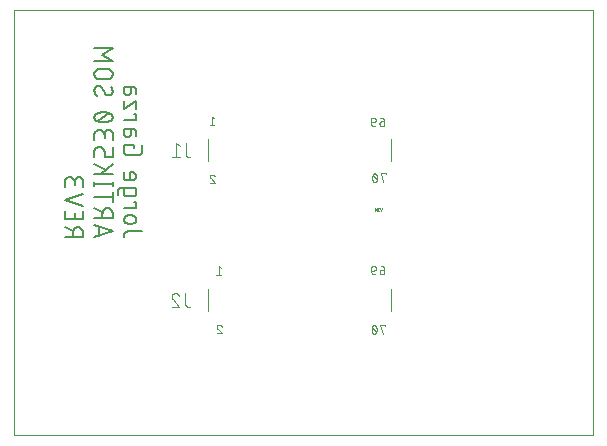
<source format=gbo>
G04 EAGLE Gerber X2 export*
%TF.Part,Single*%
%TF.FileFunction,Other,Silk screen Bottom*%
%TF.FilePolarity,Positive*%
%TF.GenerationSoftware,Autodesk,EAGLE,9.0.0*%
%TF.CreationDate,2018-10-03T06:32:16Z*%
G75*
%MOMM*%
%FSLAX34Y34*%
%LPD*%
%AMOC8*
5,1,8,0,0,1.08239X$1,22.5*%
G01*
%ADD10C,0.000000*%
%ADD11C,0.076200*%
%ADD12C,0.127000*%
%ADD13C,0.025400*%
%ADD14C,0.100000*%
%ADD15C,0.101600*%


D10*
X0Y0D02*
X490000Y0D01*
X490000Y360000D01*
X0Y360000D01*
X0Y0D01*
D11*
X169319Y268310D02*
X167273Y269947D01*
X167273Y262581D01*
X169319Y262581D02*
X165227Y262581D01*
X167468Y220848D02*
X167383Y220846D01*
X167298Y220840D01*
X167214Y220830D01*
X167130Y220817D01*
X167046Y220799D01*
X166964Y220778D01*
X166883Y220753D01*
X166803Y220724D01*
X166724Y220691D01*
X166647Y220655D01*
X166572Y220615D01*
X166498Y220572D01*
X166427Y220526D01*
X166358Y220476D01*
X166291Y220423D01*
X166227Y220367D01*
X166166Y220308D01*
X166107Y220247D01*
X166051Y220183D01*
X165998Y220116D01*
X165948Y220047D01*
X165902Y219976D01*
X165859Y219902D01*
X165819Y219827D01*
X165783Y219750D01*
X165750Y219671D01*
X165721Y219591D01*
X165696Y219510D01*
X165675Y219428D01*
X165657Y219344D01*
X165644Y219260D01*
X165634Y219176D01*
X165628Y219091D01*
X165626Y219006D01*
X167468Y220847D02*
X167564Y220845D01*
X167660Y220839D01*
X167755Y220829D01*
X167850Y220816D01*
X167945Y220798D01*
X168038Y220777D01*
X168131Y220752D01*
X168222Y220723D01*
X168313Y220691D01*
X168402Y220655D01*
X168489Y220615D01*
X168575Y220572D01*
X168659Y220526D01*
X168741Y220476D01*
X168821Y220422D01*
X168898Y220366D01*
X168973Y220306D01*
X169046Y220244D01*
X169116Y220178D01*
X169184Y220110D01*
X169249Y220039D01*
X169310Y219966D01*
X169369Y219890D01*
X169425Y219811D01*
X169477Y219731D01*
X169526Y219648D01*
X169572Y219564D01*
X169614Y219478D01*
X169652Y219390D01*
X169687Y219301D01*
X169719Y219210D01*
X166241Y217574D02*
X166181Y217633D01*
X166124Y217695D01*
X166069Y217759D01*
X166018Y217826D01*
X165969Y217895D01*
X165923Y217965D01*
X165880Y218038D01*
X165840Y218112D01*
X165804Y218188D01*
X165771Y218266D01*
X165741Y218345D01*
X165714Y218425D01*
X165691Y218506D01*
X165672Y218588D01*
X165656Y218670D01*
X165643Y218754D01*
X165634Y218838D01*
X165629Y218922D01*
X165627Y219006D01*
X166241Y217573D02*
X169719Y213481D01*
X165627Y213481D01*
X310664Y265773D02*
X313119Y265773D01*
X310664Y265773D02*
X310584Y265771D01*
X310504Y265765D01*
X310424Y265755D01*
X310345Y265742D01*
X310266Y265724D01*
X310189Y265703D01*
X310113Y265677D01*
X310038Y265648D01*
X309964Y265616D01*
X309892Y265580D01*
X309822Y265540D01*
X309755Y265497D01*
X309689Y265451D01*
X309626Y265401D01*
X309565Y265349D01*
X309506Y265294D01*
X309451Y265235D01*
X309399Y265175D01*
X309349Y265111D01*
X309303Y265045D01*
X309260Y264978D01*
X309220Y264908D01*
X309184Y264836D01*
X309152Y264762D01*
X309123Y264688D01*
X309097Y264611D01*
X309076Y264534D01*
X309058Y264455D01*
X309045Y264376D01*
X309035Y264296D01*
X309029Y264216D01*
X309027Y264136D01*
X309027Y263727D01*
X309029Y263638D01*
X309035Y263549D01*
X309045Y263460D01*
X309058Y263372D01*
X309075Y263284D01*
X309097Y263197D01*
X309122Y263112D01*
X309150Y263027D01*
X309183Y262944D01*
X309219Y262862D01*
X309258Y262782D01*
X309301Y262704D01*
X309347Y262628D01*
X309397Y262553D01*
X309450Y262481D01*
X309506Y262412D01*
X309565Y262345D01*
X309626Y262280D01*
X309691Y262219D01*
X309758Y262160D01*
X309827Y262104D01*
X309899Y262051D01*
X309974Y262001D01*
X310050Y261955D01*
X310128Y261912D01*
X310208Y261873D01*
X310290Y261837D01*
X310373Y261804D01*
X310458Y261776D01*
X310543Y261751D01*
X310630Y261729D01*
X310718Y261712D01*
X310806Y261699D01*
X310895Y261689D01*
X310984Y261683D01*
X311073Y261681D01*
X311162Y261683D01*
X311251Y261689D01*
X311340Y261699D01*
X311428Y261712D01*
X311516Y261729D01*
X311603Y261751D01*
X311688Y261776D01*
X311773Y261804D01*
X311856Y261837D01*
X311938Y261873D01*
X312018Y261912D01*
X312096Y261955D01*
X312172Y262001D01*
X312247Y262051D01*
X312319Y262104D01*
X312388Y262160D01*
X312455Y262219D01*
X312520Y262280D01*
X312581Y262345D01*
X312640Y262412D01*
X312696Y262481D01*
X312749Y262553D01*
X312799Y262628D01*
X312845Y262704D01*
X312888Y262782D01*
X312927Y262862D01*
X312963Y262944D01*
X312996Y263027D01*
X313024Y263112D01*
X313049Y263197D01*
X313071Y263284D01*
X313088Y263372D01*
X313101Y263460D01*
X313111Y263549D01*
X313117Y263638D01*
X313119Y263727D01*
X313119Y265773D01*
X313117Y265885D01*
X313111Y265996D01*
X313102Y266108D01*
X313089Y266219D01*
X313071Y266329D01*
X313051Y266439D01*
X313026Y266548D01*
X312998Y266656D01*
X312966Y266763D01*
X312930Y266869D01*
X312891Y266974D01*
X312848Y267077D01*
X312802Y267179D01*
X312752Y267279D01*
X312699Y267378D01*
X312642Y267474D01*
X312583Y267569D01*
X312520Y267661D01*
X312454Y267751D01*
X312385Y267839D01*
X312313Y267925D01*
X312238Y268008D01*
X312160Y268088D01*
X312080Y268166D01*
X311997Y268241D01*
X311911Y268313D01*
X311823Y268382D01*
X311733Y268448D01*
X311641Y268511D01*
X311546Y268570D01*
X311450Y268627D01*
X311351Y268680D01*
X311251Y268730D01*
X311149Y268776D01*
X311046Y268819D01*
X310941Y268858D01*
X310835Y268894D01*
X310728Y268926D01*
X310620Y268954D01*
X310511Y268979D01*
X310401Y268999D01*
X310291Y269017D01*
X310180Y269030D01*
X310068Y269039D01*
X309957Y269045D01*
X309845Y269047D01*
X304167Y264955D02*
X301712Y264955D01*
X304167Y264955D02*
X304245Y264957D01*
X304323Y264962D01*
X304400Y264972D01*
X304477Y264985D01*
X304553Y265001D01*
X304628Y265021D01*
X304702Y265045D01*
X304775Y265072D01*
X304847Y265103D01*
X304917Y265137D01*
X304986Y265174D01*
X305052Y265215D01*
X305117Y265259D01*
X305179Y265305D01*
X305239Y265355D01*
X305297Y265407D01*
X305352Y265462D01*
X305404Y265520D01*
X305454Y265580D01*
X305500Y265642D01*
X305544Y265707D01*
X305585Y265774D01*
X305622Y265842D01*
X305656Y265912D01*
X305687Y265984D01*
X305714Y266057D01*
X305738Y266131D01*
X305758Y266206D01*
X305774Y266282D01*
X305787Y266359D01*
X305797Y266436D01*
X305802Y266514D01*
X305804Y266592D01*
X305804Y267001D01*
X305802Y267090D01*
X305796Y267179D01*
X305786Y267268D01*
X305773Y267356D01*
X305756Y267444D01*
X305734Y267531D01*
X305709Y267616D01*
X305681Y267701D01*
X305648Y267784D01*
X305612Y267866D01*
X305573Y267946D01*
X305530Y268024D01*
X305484Y268100D01*
X305434Y268175D01*
X305381Y268247D01*
X305325Y268316D01*
X305266Y268383D01*
X305205Y268448D01*
X305140Y268509D01*
X305073Y268568D01*
X305004Y268624D01*
X304932Y268677D01*
X304857Y268727D01*
X304781Y268773D01*
X304703Y268816D01*
X304623Y268855D01*
X304541Y268891D01*
X304458Y268924D01*
X304373Y268952D01*
X304288Y268977D01*
X304201Y268999D01*
X304113Y269016D01*
X304025Y269029D01*
X303936Y269039D01*
X303847Y269045D01*
X303758Y269047D01*
X303669Y269045D01*
X303580Y269039D01*
X303491Y269029D01*
X303403Y269016D01*
X303315Y268999D01*
X303228Y268977D01*
X303143Y268952D01*
X303058Y268924D01*
X302975Y268891D01*
X302893Y268855D01*
X302813Y268816D01*
X302735Y268773D01*
X302659Y268727D01*
X302584Y268677D01*
X302512Y268624D01*
X302443Y268568D01*
X302376Y268509D01*
X302311Y268448D01*
X302250Y268383D01*
X302191Y268316D01*
X302135Y268247D01*
X302082Y268175D01*
X302032Y268100D01*
X301986Y268024D01*
X301943Y267946D01*
X301904Y267866D01*
X301868Y267784D01*
X301835Y267701D01*
X301807Y267616D01*
X301782Y267531D01*
X301760Y267444D01*
X301743Y267356D01*
X301730Y267268D01*
X301720Y267179D01*
X301714Y267090D01*
X301712Y267001D01*
X301712Y264955D01*
X301711Y264955D02*
X301713Y264843D01*
X301719Y264732D01*
X301728Y264620D01*
X301741Y264509D01*
X301759Y264399D01*
X301779Y264289D01*
X301804Y264180D01*
X301832Y264072D01*
X301864Y263965D01*
X301900Y263859D01*
X301939Y263754D01*
X301982Y263651D01*
X302028Y263549D01*
X302078Y263449D01*
X302131Y263350D01*
X302188Y263254D01*
X302247Y263159D01*
X302310Y263067D01*
X302376Y262977D01*
X302445Y262889D01*
X302517Y262803D01*
X302592Y262720D01*
X302670Y262640D01*
X302750Y262562D01*
X302833Y262487D01*
X302919Y262415D01*
X303007Y262346D01*
X303097Y262280D01*
X303189Y262217D01*
X303284Y262158D01*
X303380Y262101D01*
X303479Y262048D01*
X303579Y261998D01*
X303681Y261952D01*
X303784Y261909D01*
X303889Y261870D01*
X303995Y261834D01*
X304102Y261802D01*
X304210Y261774D01*
X304319Y261749D01*
X304429Y261729D01*
X304539Y261711D01*
X304650Y261698D01*
X304762Y261689D01*
X304873Y261683D01*
X304985Y261681D01*
X314319Y221747D02*
X314319Y220929D01*
X314319Y221747D02*
X310227Y221747D01*
X312273Y214381D01*
X307004Y218064D02*
X307002Y218217D01*
X306996Y218370D01*
X306987Y218522D01*
X306973Y218675D01*
X306956Y218827D01*
X306935Y218978D01*
X306910Y219129D01*
X306881Y219279D01*
X306849Y219429D01*
X306812Y219577D01*
X306772Y219725D01*
X306729Y219872D01*
X306681Y220017D01*
X306630Y220161D01*
X306576Y220304D01*
X306517Y220446D01*
X306456Y220585D01*
X306390Y220724D01*
X306364Y220794D01*
X306334Y220863D01*
X306302Y220931D01*
X306265Y220997D01*
X306226Y221061D01*
X306183Y221123D01*
X306138Y221182D01*
X306089Y221240D01*
X306038Y221294D01*
X305984Y221347D01*
X305927Y221396D01*
X305868Y221443D01*
X305807Y221486D01*
X305744Y221527D01*
X305679Y221564D01*
X305612Y221599D01*
X305543Y221629D01*
X305473Y221657D01*
X305402Y221680D01*
X305330Y221701D01*
X305257Y221717D01*
X305183Y221730D01*
X305108Y221740D01*
X305033Y221745D01*
X304958Y221747D01*
X304883Y221745D01*
X304808Y221740D01*
X304733Y221730D01*
X304659Y221717D01*
X304586Y221701D01*
X304514Y221680D01*
X304443Y221657D01*
X304373Y221629D01*
X304304Y221599D01*
X304237Y221564D01*
X304172Y221527D01*
X304109Y221486D01*
X304048Y221443D01*
X303989Y221396D01*
X303932Y221347D01*
X303878Y221294D01*
X303827Y221240D01*
X303779Y221182D01*
X303733Y221123D01*
X303690Y221061D01*
X303651Y220997D01*
X303615Y220931D01*
X303582Y220864D01*
X303552Y220794D01*
X303526Y220724D01*
X303461Y220586D01*
X303399Y220446D01*
X303341Y220304D01*
X303286Y220161D01*
X303235Y220017D01*
X303187Y219872D01*
X303144Y219725D01*
X303104Y219578D01*
X303067Y219429D01*
X303035Y219279D01*
X303006Y219129D01*
X302981Y218978D01*
X302960Y218827D01*
X302943Y218675D01*
X302929Y218522D01*
X302920Y218370D01*
X302914Y218217D01*
X302912Y218064D01*
X307004Y218064D02*
X307002Y217911D01*
X306996Y217758D01*
X306987Y217605D01*
X306973Y217453D01*
X306956Y217301D01*
X306935Y217150D01*
X306910Y216999D01*
X306881Y216848D01*
X306849Y216699D01*
X306812Y216550D01*
X306772Y216403D01*
X306729Y216256D01*
X306681Y216111D01*
X306630Y215966D01*
X306575Y215824D01*
X306517Y215682D01*
X306455Y215542D01*
X306390Y215404D01*
X306364Y215334D01*
X306334Y215264D01*
X306302Y215197D01*
X306265Y215131D01*
X306226Y215067D01*
X306183Y215005D01*
X306137Y214946D01*
X306089Y214888D01*
X306038Y214834D01*
X305984Y214781D01*
X305927Y214732D01*
X305868Y214685D01*
X305807Y214642D01*
X305744Y214601D01*
X305679Y214564D01*
X305612Y214529D01*
X305543Y214499D01*
X305473Y214471D01*
X305402Y214448D01*
X305330Y214427D01*
X305257Y214411D01*
X305183Y214398D01*
X305108Y214388D01*
X305033Y214383D01*
X304958Y214381D01*
X303526Y215404D02*
X303461Y215542D01*
X303399Y215682D01*
X303341Y215824D01*
X303286Y215967D01*
X303235Y216111D01*
X303187Y216256D01*
X303144Y216403D01*
X303104Y216551D01*
X303067Y216699D01*
X303035Y216849D01*
X303006Y216999D01*
X302981Y217150D01*
X302960Y217301D01*
X302943Y217453D01*
X302929Y217606D01*
X302920Y217758D01*
X302914Y217911D01*
X302912Y218064D01*
X303526Y215404D02*
X303552Y215333D01*
X303582Y215264D01*
X303615Y215197D01*
X303651Y215131D01*
X303690Y215067D01*
X303733Y215005D01*
X303779Y214946D01*
X303827Y214888D01*
X303878Y214834D01*
X303932Y214781D01*
X303989Y214732D01*
X304048Y214685D01*
X304109Y214642D01*
X304172Y214601D01*
X304237Y214564D01*
X304304Y214529D01*
X304373Y214499D01*
X304443Y214471D01*
X304514Y214448D01*
X304586Y214427D01*
X304659Y214411D01*
X304733Y214398D01*
X304808Y214388D01*
X304883Y214383D01*
X304958Y214381D01*
X306595Y216018D02*
X303321Y220110D01*
X174919Y141610D02*
X172873Y143247D01*
X172873Y135881D01*
X174919Y135881D02*
X170827Y135881D01*
X173168Y93648D02*
X173083Y93646D01*
X172998Y93640D01*
X172914Y93630D01*
X172830Y93617D01*
X172746Y93599D01*
X172664Y93578D01*
X172583Y93553D01*
X172503Y93524D01*
X172424Y93491D01*
X172347Y93455D01*
X172272Y93415D01*
X172198Y93372D01*
X172127Y93326D01*
X172058Y93276D01*
X171991Y93223D01*
X171927Y93167D01*
X171866Y93108D01*
X171807Y93047D01*
X171751Y92983D01*
X171698Y92916D01*
X171648Y92847D01*
X171602Y92776D01*
X171559Y92702D01*
X171519Y92627D01*
X171483Y92550D01*
X171450Y92471D01*
X171421Y92391D01*
X171396Y92310D01*
X171375Y92228D01*
X171357Y92144D01*
X171344Y92060D01*
X171334Y91976D01*
X171328Y91891D01*
X171326Y91806D01*
X173168Y93647D02*
X173264Y93645D01*
X173360Y93639D01*
X173455Y93629D01*
X173550Y93616D01*
X173645Y93598D01*
X173738Y93577D01*
X173831Y93552D01*
X173922Y93523D01*
X174013Y93491D01*
X174102Y93455D01*
X174189Y93415D01*
X174275Y93372D01*
X174359Y93326D01*
X174441Y93276D01*
X174521Y93222D01*
X174598Y93166D01*
X174673Y93106D01*
X174746Y93044D01*
X174816Y92978D01*
X174884Y92910D01*
X174949Y92839D01*
X175010Y92766D01*
X175069Y92690D01*
X175125Y92611D01*
X175177Y92531D01*
X175226Y92448D01*
X175272Y92364D01*
X175314Y92278D01*
X175352Y92190D01*
X175387Y92101D01*
X175419Y92010D01*
X171941Y90374D02*
X171881Y90433D01*
X171824Y90495D01*
X171769Y90559D01*
X171718Y90626D01*
X171669Y90695D01*
X171623Y90765D01*
X171580Y90838D01*
X171540Y90912D01*
X171504Y90988D01*
X171471Y91066D01*
X171441Y91145D01*
X171414Y91225D01*
X171391Y91306D01*
X171372Y91388D01*
X171356Y91470D01*
X171343Y91554D01*
X171334Y91638D01*
X171329Y91722D01*
X171327Y91806D01*
X171941Y90373D02*
X175419Y86281D01*
X171327Y86281D01*
X310764Y140373D02*
X313219Y140373D01*
X310764Y140373D02*
X310684Y140371D01*
X310604Y140365D01*
X310524Y140355D01*
X310445Y140342D01*
X310366Y140324D01*
X310289Y140303D01*
X310213Y140277D01*
X310138Y140248D01*
X310064Y140216D01*
X309992Y140180D01*
X309922Y140140D01*
X309855Y140097D01*
X309789Y140051D01*
X309726Y140001D01*
X309665Y139949D01*
X309606Y139894D01*
X309551Y139835D01*
X309499Y139775D01*
X309449Y139711D01*
X309403Y139645D01*
X309360Y139578D01*
X309320Y139508D01*
X309284Y139436D01*
X309252Y139362D01*
X309223Y139288D01*
X309197Y139211D01*
X309176Y139134D01*
X309158Y139055D01*
X309145Y138976D01*
X309135Y138896D01*
X309129Y138816D01*
X309127Y138736D01*
X309127Y138327D01*
X309129Y138238D01*
X309135Y138149D01*
X309145Y138060D01*
X309158Y137972D01*
X309175Y137884D01*
X309197Y137797D01*
X309222Y137712D01*
X309250Y137627D01*
X309283Y137544D01*
X309319Y137462D01*
X309358Y137382D01*
X309401Y137304D01*
X309447Y137228D01*
X309497Y137153D01*
X309550Y137081D01*
X309606Y137012D01*
X309665Y136945D01*
X309726Y136880D01*
X309791Y136819D01*
X309858Y136760D01*
X309927Y136704D01*
X309999Y136651D01*
X310074Y136601D01*
X310150Y136555D01*
X310228Y136512D01*
X310308Y136473D01*
X310390Y136437D01*
X310473Y136404D01*
X310558Y136376D01*
X310643Y136351D01*
X310730Y136329D01*
X310818Y136312D01*
X310906Y136299D01*
X310995Y136289D01*
X311084Y136283D01*
X311173Y136281D01*
X311262Y136283D01*
X311351Y136289D01*
X311440Y136299D01*
X311528Y136312D01*
X311616Y136329D01*
X311703Y136351D01*
X311788Y136376D01*
X311873Y136404D01*
X311956Y136437D01*
X312038Y136473D01*
X312118Y136512D01*
X312196Y136555D01*
X312272Y136601D01*
X312347Y136651D01*
X312419Y136704D01*
X312488Y136760D01*
X312555Y136819D01*
X312620Y136880D01*
X312681Y136945D01*
X312740Y137012D01*
X312796Y137081D01*
X312849Y137153D01*
X312899Y137228D01*
X312945Y137304D01*
X312988Y137382D01*
X313027Y137462D01*
X313063Y137544D01*
X313096Y137627D01*
X313124Y137712D01*
X313149Y137797D01*
X313171Y137884D01*
X313188Y137972D01*
X313201Y138060D01*
X313211Y138149D01*
X313217Y138238D01*
X313219Y138327D01*
X313219Y140373D01*
X313217Y140485D01*
X313211Y140596D01*
X313202Y140708D01*
X313189Y140819D01*
X313171Y140929D01*
X313151Y141039D01*
X313126Y141148D01*
X313098Y141256D01*
X313066Y141363D01*
X313030Y141469D01*
X312991Y141574D01*
X312948Y141677D01*
X312902Y141779D01*
X312852Y141879D01*
X312799Y141978D01*
X312742Y142074D01*
X312683Y142169D01*
X312620Y142261D01*
X312554Y142351D01*
X312485Y142439D01*
X312413Y142525D01*
X312338Y142608D01*
X312260Y142688D01*
X312180Y142766D01*
X312097Y142841D01*
X312011Y142913D01*
X311923Y142982D01*
X311833Y143048D01*
X311741Y143111D01*
X311646Y143170D01*
X311550Y143227D01*
X311451Y143280D01*
X311351Y143330D01*
X311249Y143376D01*
X311146Y143419D01*
X311041Y143458D01*
X310935Y143494D01*
X310828Y143526D01*
X310720Y143554D01*
X310611Y143579D01*
X310501Y143599D01*
X310391Y143617D01*
X310280Y143630D01*
X310168Y143639D01*
X310057Y143645D01*
X309945Y143647D01*
X304267Y139555D02*
X301812Y139555D01*
X304267Y139555D02*
X304345Y139557D01*
X304423Y139562D01*
X304500Y139572D01*
X304577Y139585D01*
X304653Y139601D01*
X304728Y139621D01*
X304802Y139645D01*
X304875Y139672D01*
X304947Y139703D01*
X305017Y139737D01*
X305086Y139774D01*
X305152Y139815D01*
X305217Y139859D01*
X305279Y139905D01*
X305339Y139955D01*
X305397Y140007D01*
X305452Y140062D01*
X305504Y140120D01*
X305554Y140180D01*
X305600Y140242D01*
X305644Y140307D01*
X305685Y140374D01*
X305722Y140442D01*
X305756Y140512D01*
X305787Y140584D01*
X305814Y140657D01*
X305838Y140731D01*
X305858Y140806D01*
X305874Y140882D01*
X305887Y140959D01*
X305897Y141036D01*
X305902Y141114D01*
X305904Y141192D01*
X305904Y141601D01*
X305902Y141690D01*
X305896Y141779D01*
X305886Y141868D01*
X305873Y141956D01*
X305856Y142044D01*
X305834Y142131D01*
X305809Y142216D01*
X305781Y142301D01*
X305748Y142384D01*
X305712Y142466D01*
X305673Y142546D01*
X305630Y142624D01*
X305584Y142700D01*
X305534Y142775D01*
X305481Y142847D01*
X305425Y142916D01*
X305366Y142983D01*
X305305Y143048D01*
X305240Y143109D01*
X305173Y143168D01*
X305104Y143224D01*
X305032Y143277D01*
X304957Y143327D01*
X304881Y143373D01*
X304803Y143416D01*
X304723Y143455D01*
X304641Y143491D01*
X304558Y143524D01*
X304473Y143552D01*
X304388Y143577D01*
X304301Y143599D01*
X304213Y143616D01*
X304125Y143629D01*
X304036Y143639D01*
X303947Y143645D01*
X303858Y143647D01*
X303769Y143645D01*
X303680Y143639D01*
X303591Y143629D01*
X303503Y143616D01*
X303415Y143599D01*
X303328Y143577D01*
X303243Y143552D01*
X303158Y143524D01*
X303075Y143491D01*
X302993Y143455D01*
X302913Y143416D01*
X302835Y143373D01*
X302759Y143327D01*
X302684Y143277D01*
X302612Y143224D01*
X302543Y143168D01*
X302476Y143109D01*
X302411Y143048D01*
X302350Y142983D01*
X302291Y142916D01*
X302235Y142847D01*
X302182Y142775D01*
X302132Y142700D01*
X302086Y142624D01*
X302043Y142546D01*
X302004Y142466D01*
X301968Y142384D01*
X301935Y142301D01*
X301907Y142216D01*
X301882Y142131D01*
X301860Y142044D01*
X301843Y141956D01*
X301830Y141868D01*
X301820Y141779D01*
X301814Y141690D01*
X301812Y141601D01*
X301812Y139555D01*
X301811Y139555D02*
X301813Y139443D01*
X301819Y139332D01*
X301828Y139220D01*
X301841Y139109D01*
X301859Y138999D01*
X301879Y138889D01*
X301904Y138780D01*
X301932Y138672D01*
X301964Y138565D01*
X302000Y138459D01*
X302039Y138354D01*
X302082Y138251D01*
X302128Y138149D01*
X302178Y138049D01*
X302231Y137950D01*
X302288Y137854D01*
X302347Y137759D01*
X302410Y137667D01*
X302476Y137577D01*
X302545Y137489D01*
X302617Y137403D01*
X302692Y137320D01*
X302770Y137240D01*
X302850Y137162D01*
X302933Y137087D01*
X303019Y137015D01*
X303107Y136946D01*
X303197Y136880D01*
X303289Y136817D01*
X303384Y136758D01*
X303480Y136701D01*
X303579Y136648D01*
X303679Y136598D01*
X303781Y136552D01*
X303884Y136509D01*
X303989Y136470D01*
X304095Y136434D01*
X304202Y136402D01*
X304310Y136374D01*
X304419Y136349D01*
X304529Y136329D01*
X304639Y136311D01*
X304750Y136298D01*
X304862Y136289D01*
X304973Y136283D01*
X305085Y136281D01*
X313919Y93347D02*
X313919Y92529D01*
X313919Y93347D02*
X309827Y93347D01*
X311873Y85981D01*
X306604Y89664D02*
X306602Y89817D01*
X306596Y89970D01*
X306587Y90122D01*
X306573Y90275D01*
X306556Y90427D01*
X306535Y90578D01*
X306510Y90729D01*
X306481Y90879D01*
X306449Y91029D01*
X306412Y91177D01*
X306372Y91325D01*
X306329Y91472D01*
X306281Y91617D01*
X306230Y91761D01*
X306176Y91904D01*
X306117Y92046D01*
X306056Y92185D01*
X305990Y92324D01*
X305964Y92394D01*
X305934Y92463D01*
X305902Y92531D01*
X305865Y92597D01*
X305826Y92661D01*
X305783Y92723D01*
X305738Y92782D01*
X305689Y92840D01*
X305638Y92894D01*
X305584Y92947D01*
X305527Y92996D01*
X305468Y93043D01*
X305407Y93086D01*
X305344Y93127D01*
X305279Y93164D01*
X305212Y93199D01*
X305143Y93229D01*
X305073Y93257D01*
X305002Y93280D01*
X304930Y93301D01*
X304857Y93317D01*
X304783Y93330D01*
X304708Y93340D01*
X304633Y93345D01*
X304558Y93347D01*
X304483Y93345D01*
X304408Y93340D01*
X304333Y93330D01*
X304259Y93317D01*
X304186Y93301D01*
X304114Y93280D01*
X304043Y93257D01*
X303973Y93229D01*
X303904Y93199D01*
X303837Y93164D01*
X303772Y93127D01*
X303709Y93086D01*
X303648Y93043D01*
X303589Y92996D01*
X303532Y92947D01*
X303478Y92894D01*
X303427Y92840D01*
X303379Y92782D01*
X303333Y92723D01*
X303290Y92661D01*
X303251Y92597D01*
X303215Y92531D01*
X303182Y92464D01*
X303152Y92394D01*
X303126Y92324D01*
X303061Y92186D01*
X302999Y92046D01*
X302941Y91904D01*
X302886Y91761D01*
X302835Y91617D01*
X302787Y91472D01*
X302744Y91325D01*
X302704Y91178D01*
X302667Y91029D01*
X302635Y90879D01*
X302606Y90729D01*
X302581Y90578D01*
X302560Y90427D01*
X302543Y90275D01*
X302529Y90122D01*
X302520Y89970D01*
X302514Y89817D01*
X302512Y89664D01*
X306604Y89664D02*
X306602Y89511D01*
X306596Y89358D01*
X306587Y89205D01*
X306573Y89053D01*
X306556Y88901D01*
X306535Y88750D01*
X306510Y88599D01*
X306481Y88448D01*
X306449Y88299D01*
X306412Y88150D01*
X306372Y88003D01*
X306329Y87856D01*
X306281Y87711D01*
X306230Y87566D01*
X306175Y87424D01*
X306117Y87282D01*
X306055Y87142D01*
X305990Y87004D01*
X305964Y86934D01*
X305934Y86864D01*
X305902Y86797D01*
X305865Y86731D01*
X305826Y86667D01*
X305783Y86605D01*
X305737Y86546D01*
X305689Y86488D01*
X305638Y86434D01*
X305584Y86381D01*
X305527Y86332D01*
X305468Y86285D01*
X305407Y86242D01*
X305344Y86201D01*
X305279Y86164D01*
X305212Y86129D01*
X305143Y86099D01*
X305073Y86071D01*
X305002Y86048D01*
X304930Y86027D01*
X304857Y86011D01*
X304783Y85998D01*
X304708Y85988D01*
X304633Y85983D01*
X304558Y85981D01*
X303126Y87004D02*
X303061Y87142D01*
X302999Y87282D01*
X302941Y87424D01*
X302886Y87567D01*
X302835Y87711D01*
X302787Y87856D01*
X302744Y88003D01*
X302704Y88151D01*
X302667Y88299D01*
X302635Y88449D01*
X302606Y88599D01*
X302581Y88750D01*
X302560Y88901D01*
X302543Y89053D01*
X302529Y89206D01*
X302520Y89358D01*
X302514Y89511D01*
X302512Y89664D01*
X303126Y87004D02*
X303152Y86933D01*
X303182Y86864D01*
X303215Y86797D01*
X303251Y86731D01*
X303290Y86667D01*
X303333Y86605D01*
X303379Y86546D01*
X303427Y86488D01*
X303478Y86434D01*
X303532Y86381D01*
X303589Y86332D01*
X303648Y86285D01*
X303709Y86242D01*
X303772Y86201D01*
X303837Y86164D01*
X303904Y86129D01*
X303973Y86099D01*
X304043Y86071D01*
X304114Y86048D01*
X304186Y86027D01*
X304259Y86011D01*
X304333Y85998D01*
X304408Y85988D01*
X304483Y85983D01*
X304558Y85981D01*
X306195Y87618D02*
X302921Y91710D01*
D12*
X108265Y172789D02*
X96214Y172789D01*
X96099Y172787D01*
X95984Y172781D01*
X95869Y172772D01*
X95755Y172758D01*
X95641Y172741D01*
X95528Y172720D01*
X95416Y172695D01*
X95304Y172667D01*
X95194Y172634D01*
X95085Y172598D01*
X94977Y172559D01*
X94870Y172516D01*
X94765Y172469D01*
X94661Y172419D01*
X94559Y172365D01*
X94459Y172308D01*
X94361Y172248D01*
X94265Y172185D01*
X94172Y172118D01*
X94080Y172048D01*
X93991Y171975D01*
X93904Y171900D01*
X93820Y171821D01*
X93739Y171740D01*
X93660Y171656D01*
X93585Y171569D01*
X93512Y171480D01*
X93442Y171388D01*
X93375Y171295D01*
X93312Y171199D01*
X93252Y171101D01*
X93195Y171001D01*
X93141Y170899D01*
X93091Y170795D01*
X93044Y170690D01*
X93001Y170583D01*
X92962Y170475D01*
X92926Y170366D01*
X92893Y170256D01*
X92865Y170144D01*
X92840Y170032D01*
X92819Y169919D01*
X92802Y169805D01*
X92788Y169691D01*
X92779Y169576D01*
X92773Y169461D01*
X92771Y169346D01*
X92771Y167625D01*
X96214Y179361D02*
X99657Y179361D01*
X99773Y179363D01*
X99889Y179369D01*
X100005Y179379D01*
X100121Y179392D01*
X100236Y179410D01*
X100350Y179431D01*
X100464Y179457D01*
X100576Y179486D01*
X100688Y179519D01*
X100798Y179556D01*
X100907Y179596D01*
X101015Y179640D01*
X101121Y179688D01*
X101225Y179739D01*
X101328Y179794D01*
X101429Y179852D01*
X101527Y179913D01*
X101624Y179978D01*
X101718Y180046D01*
X101810Y180117D01*
X101900Y180192D01*
X101987Y180269D01*
X102071Y180349D01*
X102152Y180432D01*
X102231Y180518D01*
X102307Y180606D01*
X102380Y180697D01*
X102449Y180790D01*
X102516Y180885D01*
X102579Y180983D01*
X102639Y181082D01*
X102695Y181184D01*
X102748Y181288D01*
X102798Y181393D01*
X102843Y181500D01*
X102886Y181608D01*
X102924Y181718D01*
X102959Y181829D01*
X102990Y181941D01*
X103017Y182054D01*
X103041Y182168D01*
X103060Y182283D01*
X103076Y182398D01*
X103088Y182514D01*
X103096Y182630D01*
X103100Y182746D01*
X103100Y182862D01*
X103096Y182978D01*
X103088Y183094D01*
X103076Y183210D01*
X103060Y183325D01*
X103041Y183440D01*
X103017Y183554D01*
X102990Y183667D01*
X102959Y183779D01*
X102924Y183890D01*
X102886Y184000D01*
X102843Y184108D01*
X102798Y184215D01*
X102748Y184320D01*
X102695Y184424D01*
X102639Y184525D01*
X102579Y184625D01*
X102516Y184723D01*
X102449Y184818D01*
X102380Y184911D01*
X102307Y185002D01*
X102231Y185090D01*
X102152Y185176D01*
X102071Y185259D01*
X101987Y185339D01*
X101900Y185416D01*
X101810Y185491D01*
X101718Y185562D01*
X101624Y185630D01*
X101527Y185695D01*
X101429Y185756D01*
X101328Y185814D01*
X101225Y185869D01*
X101121Y185920D01*
X101015Y185968D01*
X100907Y186012D01*
X100798Y186052D01*
X100688Y186089D01*
X100576Y186122D01*
X100464Y186151D01*
X100350Y186177D01*
X100236Y186198D01*
X100121Y186216D01*
X100005Y186229D01*
X99889Y186239D01*
X99773Y186245D01*
X99657Y186247D01*
X96214Y186247D01*
X96098Y186245D01*
X95982Y186239D01*
X95866Y186229D01*
X95750Y186216D01*
X95635Y186198D01*
X95521Y186177D01*
X95407Y186151D01*
X95295Y186122D01*
X95183Y186089D01*
X95073Y186052D01*
X94964Y186012D01*
X94856Y185968D01*
X94750Y185920D01*
X94646Y185869D01*
X94543Y185814D01*
X94442Y185756D01*
X94344Y185695D01*
X94247Y185630D01*
X94153Y185562D01*
X94061Y185491D01*
X93971Y185416D01*
X93884Y185339D01*
X93800Y185259D01*
X93719Y185176D01*
X93640Y185090D01*
X93564Y185002D01*
X93491Y184911D01*
X93422Y184818D01*
X93355Y184723D01*
X93292Y184625D01*
X93232Y184526D01*
X93176Y184424D01*
X93123Y184320D01*
X93073Y184215D01*
X93028Y184108D01*
X92985Y184000D01*
X92947Y183890D01*
X92912Y183779D01*
X92881Y183667D01*
X92854Y183554D01*
X92830Y183440D01*
X92811Y183325D01*
X92795Y183210D01*
X92783Y183094D01*
X92775Y182978D01*
X92771Y182862D01*
X92771Y182746D01*
X92775Y182630D01*
X92783Y182514D01*
X92795Y182398D01*
X92811Y182283D01*
X92830Y182168D01*
X92854Y182054D01*
X92881Y181941D01*
X92912Y181829D01*
X92947Y181718D01*
X92985Y181608D01*
X93028Y181500D01*
X93073Y181393D01*
X93123Y181288D01*
X93176Y181184D01*
X93232Y181083D01*
X93292Y180983D01*
X93355Y180885D01*
X93422Y180790D01*
X93491Y180697D01*
X93564Y180606D01*
X93640Y180518D01*
X93719Y180432D01*
X93800Y180349D01*
X93884Y180269D01*
X93971Y180192D01*
X94061Y180117D01*
X94153Y180046D01*
X94247Y179978D01*
X94344Y179913D01*
X94442Y179852D01*
X94543Y179794D01*
X94646Y179739D01*
X94750Y179688D01*
X94856Y179640D01*
X94964Y179596D01*
X95073Y179556D01*
X95183Y179519D01*
X95295Y179486D01*
X95407Y179457D01*
X95521Y179431D01*
X95635Y179410D01*
X95750Y179392D01*
X95866Y179379D01*
X95982Y179369D01*
X96098Y179363D01*
X96214Y179361D01*
X92771Y192819D02*
X103100Y192819D01*
X103100Y197983D01*
X101379Y197983D01*
X92771Y205164D02*
X92771Y209468D01*
X92771Y205164D02*
X92773Y205065D01*
X92779Y204966D01*
X92788Y204868D01*
X92801Y204770D01*
X92818Y204672D01*
X92839Y204576D01*
X92863Y204480D01*
X92891Y204385D01*
X92923Y204291D01*
X92958Y204199D01*
X92997Y204108D01*
X93039Y204018D01*
X93085Y203931D01*
X93134Y203845D01*
X93186Y203761D01*
X93241Y203679D01*
X93300Y203599D01*
X93361Y203521D01*
X93425Y203446D01*
X93493Y203374D01*
X93563Y203304D01*
X93635Y203236D01*
X93710Y203172D01*
X93788Y203111D01*
X93868Y203052D01*
X93950Y202997D01*
X94034Y202945D01*
X94120Y202896D01*
X94207Y202850D01*
X94297Y202808D01*
X94388Y202769D01*
X94480Y202734D01*
X94574Y202702D01*
X94669Y202674D01*
X94765Y202650D01*
X94861Y202629D01*
X94959Y202612D01*
X95057Y202599D01*
X95155Y202590D01*
X95254Y202584D01*
X95353Y202582D01*
X100518Y202582D01*
X100617Y202584D01*
X100716Y202590D01*
X100814Y202599D01*
X100912Y202612D01*
X101010Y202629D01*
X101106Y202650D01*
X101202Y202674D01*
X101297Y202702D01*
X101391Y202734D01*
X101483Y202769D01*
X101574Y202808D01*
X101664Y202850D01*
X101751Y202896D01*
X101837Y202945D01*
X101921Y202997D01*
X102003Y203052D01*
X102083Y203111D01*
X102161Y203172D01*
X102236Y203236D01*
X102308Y203304D01*
X102378Y203374D01*
X102446Y203446D01*
X102510Y203521D01*
X102571Y203599D01*
X102630Y203679D01*
X102685Y203761D01*
X102737Y203845D01*
X102786Y203931D01*
X102832Y204018D01*
X102874Y204108D01*
X102913Y204199D01*
X102948Y204291D01*
X102980Y204385D01*
X103008Y204480D01*
X103032Y204576D01*
X103053Y204672D01*
X103070Y204770D01*
X103083Y204868D01*
X103092Y204966D01*
X103098Y205065D01*
X103100Y205164D01*
X103100Y209468D01*
X90189Y209468D01*
X90088Y209466D01*
X89986Y209460D01*
X89886Y209450D01*
X89785Y209436D01*
X89685Y209418D01*
X89586Y209397D01*
X89488Y209371D01*
X89391Y209342D01*
X89295Y209308D01*
X89201Y209271D01*
X89108Y209231D01*
X89017Y209187D01*
X88927Y209139D01*
X88840Y209088D01*
X88755Y209033D01*
X88671Y208975D01*
X88591Y208914D01*
X88512Y208849D01*
X88436Y208782D01*
X88363Y208712D01*
X88293Y208639D01*
X88226Y208563D01*
X88161Y208485D01*
X88100Y208404D01*
X88042Y208320D01*
X87987Y208235D01*
X87936Y208148D01*
X87888Y208058D01*
X87844Y207967D01*
X87804Y207874D01*
X87767Y207780D01*
X87733Y207684D01*
X87704Y207587D01*
X87678Y207489D01*
X87657Y207390D01*
X87639Y207290D01*
X87625Y207190D01*
X87615Y207089D01*
X87609Y206987D01*
X87607Y206886D01*
X87606Y206886D02*
X87606Y203443D01*
X92771Y218612D02*
X92771Y222916D01*
X92771Y218612D02*
X92773Y218513D01*
X92779Y218414D01*
X92788Y218316D01*
X92801Y218218D01*
X92818Y218120D01*
X92839Y218024D01*
X92863Y217928D01*
X92891Y217833D01*
X92923Y217739D01*
X92958Y217647D01*
X92997Y217556D01*
X93039Y217466D01*
X93085Y217379D01*
X93134Y217293D01*
X93186Y217209D01*
X93241Y217127D01*
X93300Y217047D01*
X93361Y216969D01*
X93425Y216894D01*
X93493Y216822D01*
X93563Y216752D01*
X93635Y216684D01*
X93710Y216620D01*
X93788Y216559D01*
X93868Y216500D01*
X93950Y216445D01*
X94034Y216393D01*
X94120Y216344D01*
X94207Y216298D01*
X94297Y216256D01*
X94388Y216217D01*
X94480Y216182D01*
X94574Y216150D01*
X94669Y216122D01*
X94765Y216098D01*
X94861Y216077D01*
X94959Y216060D01*
X95057Y216047D01*
X95155Y216038D01*
X95254Y216032D01*
X95353Y216030D01*
X99657Y216030D01*
X99773Y216032D01*
X99889Y216038D01*
X100005Y216048D01*
X100121Y216061D01*
X100236Y216079D01*
X100350Y216100D01*
X100464Y216126D01*
X100576Y216155D01*
X100688Y216188D01*
X100798Y216225D01*
X100907Y216265D01*
X101015Y216309D01*
X101121Y216357D01*
X101225Y216408D01*
X101328Y216463D01*
X101429Y216521D01*
X101527Y216582D01*
X101624Y216647D01*
X101718Y216715D01*
X101810Y216786D01*
X101900Y216861D01*
X101987Y216938D01*
X102071Y217018D01*
X102152Y217101D01*
X102231Y217187D01*
X102307Y217275D01*
X102380Y217366D01*
X102449Y217459D01*
X102516Y217554D01*
X102579Y217652D01*
X102639Y217751D01*
X102695Y217853D01*
X102748Y217957D01*
X102798Y218062D01*
X102843Y218169D01*
X102886Y218277D01*
X102924Y218387D01*
X102959Y218498D01*
X102990Y218610D01*
X103017Y218723D01*
X103041Y218837D01*
X103060Y218952D01*
X103076Y219067D01*
X103088Y219183D01*
X103096Y219299D01*
X103100Y219415D01*
X103100Y219531D01*
X103096Y219647D01*
X103088Y219763D01*
X103076Y219879D01*
X103060Y219994D01*
X103041Y220109D01*
X103017Y220223D01*
X102990Y220336D01*
X102959Y220448D01*
X102924Y220559D01*
X102886Y220669D01*
X102843Y220777D01*
X102798Y220884D01*
X102748Y220989D01*
X102695Y221093D01*
X102639Y221194D01*
X102579Y221294D01*
X102516Y221392D01*
X102449Y221487D01*
X102380Y221580D01*
X102307Y221671D01*
X102231Y221759D01*
X102152Y221845D01*
X102071Y221928D01*
X101987Y222008D01*
X101900Y222085D01*
X101810Y222160D01*
X101718Y222231D01*
X101624Y222299D01*
X101527Y222364D01*
X101429Y222425D01*
X101328Y222483D01*
X101225Y222538D01*
X101121Y222589D01*
X101015Y222637D01*
X100907Y222681D01*
X100798Y222721D01*
X100688Y222758D01*
X100576Y222791D01*
X100464Y222820D01*
X100350Y222846D01*
X100236Y222867D01*
X100121Y222885D01*
X100005Y222898D01*
X99889Y222908D01*
X99773Y222914D01*
X99657Y222916D01*
X97936Y222916D01*
X97936Y216030D01*
X101379Y243493D02*
X101379Y246075D01*
X92771Y246075D01*
X92771Y240911D01*
X92773Y240796D01*
X92779Y240681D01*
X92788Y240566D01*
X92802Y240452D01*
X92819Y240338D01*
X92840Y240225D01*
X92865Y240113D01*
X92893Y240001D01*
X92926Y239891D01*
X92962Y239782D01*
X93001Y239674D01*
X93044Y239567D01*
X93091Y239462D01*
X93141Y239358D01*
X93195Y239256D01*
X93252Y239156D01*
X93312Y239058D01*
X93375Y238962D01*
X93442Y238869D01*
X93512Y238777D01*
X93585Y238688D01*
X93660Y238601D01*
X93739Y238517D01*
X93820Y238436D01*
X93904Y238357D01*
X93991Y238282D01*
X94080Y238209D01*
X94172Y238139D01*
X94265Y238072D01*
X94361Y238009D01*
X94459Y237949D01*
X94559Y237892D01*
X94661Y237838D01*
X94765Y237788D01*
X94870Y237741D01*
X94977Y237698D01*
X95085Y237659D01*
X95194Y237623D01*
X95304Y237590D01*
X95416Y237562D01*
X95528Y237537D01*
X95641Y237516D01*
X95755Y237499D01*
X95869Y237485D01*
X95984Y237476D01*
X96099Y237470D01*
X96214Y237468D01*
X104822Y237468D01*
X104937Y237470D01*
X105052Y237476D01*
X105167Y237485D01*
X105281Y237499D01*
X105395Y237516D01*
X105508Y237537D01*
X105620Y237562D01*
X105732Y237590D01*
X105842Y237623D01*
X105951Y237659D01*
X106059Y237698D01*
X106166Y237741D01*
X106271Y237788D01*
X106375Y237838D01*
X106477Y237892D01*
X106577Y237949D01*
X106675Y238009D01*
X106771Y238072D01*
X106864Y238139D01*
X106956Y238209D01*
X107045Y238282D01*
X107132Y238357D01*
X107216Y238436D01*
X107297Y238517D01*
X107375Y238601D01*
X107451Y238688D01*
X107524Y238777D01*
X107594Y238869D01*
X107661Y238962D01*
X107724Y239058D01*
X107784Y239156D01*
X107841Y239256D01*
X107895Y239358D01*
X107945Y239462D01*
X107992Y239567D01*
X108035Y239674D01*
X108074Y239782D01*
X108110Y239891D01*
X108143Y240001D01*
X108171Y240113D01*
X108196Y240225D01*
X108217Y240338D01*
X108234Y240452D01*
X108248Y240566D01*
X108257Y240681D01*
X108263Y240796D01*
X108265Y240911D01*
X108265Y246075D01*
X98796Y255643D02*
X98796Y259516D01*
X98797Y255643D02*
X98795Y255534D01*
X98789Y255426D01*
X98779Y255317D01*
X98766Y255209D01*
X98748Y255102D01*
X98727Y254995D01*
X98701Y254889D01*
X98672Y254785D01*
X98639Y254681D01*
X98603Y254578D01*
X98562Y254477D01*
X98519Y254378D01*
X98471Y254280D01*
X98420Y254184D01*
X98366Y254090D01*
X98308Y253997D01*
X98247Y253907D01*
X98183Y253820D01*
X98115Y253734D01*
X98045Y253651D01*
X97971Y253571D01*
X97895Y253493D01*
X97816Y253419D01*
X97735Y253347D01*
X97650Y253278D01*
X97564Y253212D01*
X97475Y253149D01*
X97384Y253090D01*
X97290Y253034D01*
X97195Y252981D01*
X97098Y252932D01*
X97000Y252886D01*
X96899Y252844D01*
X96797Y252806D01*
X96694Y252771D01*
X96590Y252740D01*
X96485Y252713D01*
X96378Y252689D01*
X96271Y252670D01*
X96164Y252654D01*
X96056Y252642D01*
X95947Y252634D01*
X95838Y252630D01*
X95730Y252630D01*
X95621Y252634D01*
X95512Y252642D01*
X95404Y252654D01*
X95297Y252670D01*
X95190Y252689D01*
X95083Y252713D01*
X94978Y252740D01*
X94874Y252771D01*
X94771Y252806D01*
X94669Y252844D01*
X94568Y252886D01*
X94470Y252932D01*
X94373Y252981D01*
X94277Y253034D01*
X94184Y253090D01*
X94093Y253149D01*
X94004Y253212D01*
X93918Y253278D01*
X93833Y253347D01*
X93752Y253419D01*
X93673Y253493D01*
X93597Y253571D01*
X93523Y253651D01*
X93453Y253734D01*
X93385Y253820D01*
X93321Y253907D01*
X93260Y253997D01*
X93202Y254090D01*
X93148Y254184D01*
X93097Y254280D01*
X93049Y254378D01*
X93006Y254477D01*
X92965Y254578D01*
X92929Y254681D01*
X92896Y254785D01*
X92867Y254889D01*
X92841Y254995D01*
X92820Y255102D01*
X92802Y255209D01*
X92789Y255317D01*
X92779Y255426D01*
X92773Y255534D01*
X92771Y255643D01*
X92771Y259516D01*
X100518Y259516D01*
X100617Y259514D01*
X100716Y259508D01*
X100814Y259499D01*
X100912Y259486D01*
X101010Y259469D01*
X101106Y259448D01*
X101202Y259424D01*
X101297Y259396D01*
X101391Y259364D01*
X101483Y259329D01*
X101574Y259290D01*
X101664Y259248D01*
X101751Y259202D01*
X101837Y259153D01*
X101921Y259101D01*
X102003Y259046D01*
X102083Y258987D01*
X102161Y258926D01*
X102236Y258862D01*
X102308Y258794D01*
X102378Y258724D01*
X102446Y258652D01*
X102510Y258577D01*
X102571Y258499D01*
X102630Y258419D01*
X102685Y258337D01*
X102737Y258253D01*
X102786Y258167D01*
X102832Y258080D01*
X102874Y257990D01*
X102913Y257899D01*
X102948Y257807D01*
X102980Y257713D01*
X103008Y257618D01*
X103032Y257522D01*
X103053Y257426D01*
X103070Y257328D01*
X103083Y257230D01*
X103092Y257132D01*
X103098Y257033D01*
X103100Y256934D01*
X103100Y253491D01*
X103100Y266652D02*
X92771Y266652D01*
X103100Y266652D02*
X103100Y271817D01*
X101379Y271817D01*
X103100Y275988D02*
X103100Y282875D01*
X92771Y275988D01*
X92771Y282875D01*
X98796Y291321D02*
X98796Y295194D01*
X98797Y291321D02*
X98795Y291212D01*
X98789Y291104D01*
X98779Y290995D01*
X98766Y290887D01*
X98748Y290780D01*
X98727Y290673D01*
X98701Y290567D01*
X98672Y290463D01*
X98639Y290359D01*
X98603Y290256D01*
X98562Y290155D01*
X98519Y290056D01*
X98471Y289958D01*
X98420Y289862D01*
X98366Y289768D01*
X98308Y289675D01*
X98247Y289585D01*
X98183Y289498D01*
X98115Y289412D01*
X98045Y289329D01*
X97971Y289249D01*
X97895Y289171D01*
X97816Y289097D01*
X97735Y289025D01*
X97650Y288956D01*
X97564Y288890D01*
X97475Y288827D01*
X97384Y288768D01*
X97290Y288712D01*
X97195Y288659D01*
X97098Y288610D01*
X97000Y288564D01*
X96899Y288522D01*
X96797Y288484D01*
X96694Y288449D01*
X96590Y288418D01*
X96485Y288391D01*
X96378Y288367D01*
X96271Y288348D01*
X96164Y288332D01*
X96056Y288320D01*
X95947Y288312D01*
X95838Y288308D01*
X95730Y288308D01*
X95621Y288312D01*
X95512Y288320D01*
X95404Y288332D01*
X95297Y288348D01*
X95190Y288367D01*
X95083Y288391D01*
X94978Y288418D01*
X94874Y288449D01*
X94771Y288484D01*
X94669Y288522D01*
X94568Y288564D01*
X94470Y288610D01*
X94373Y288659D01*
X94277Y288712D01*
X94184Y288768D01*
X94093Y288827D01*
X94004Y288890D01*
X93918Y288956D01*
X93833Y289025D01*
X93752Y289097D01*
X93673Y289171D01*
X93597Y289249D01*
X93523Y289329D01*
X93453Y289412D01*
X93385Y289498D01*
X93321Y289585D01*
X93260Y289675D01*
X93202Y289768D01*
X93148Y289862D01*
X93097Y289958D01*
X93049Y290056D01*
X93006Y290155D01*
X92965Y290256D01*
X92929Y290359D01*
X92896Y290463D01*
X92867Y290567D01*
X92841Y290673D01*
X92820Y290780D01*
X92802Y290887D01*
X92789Y290995D01*
X92779Y291104D01*
X92773Y291212D01*
X92771Y291321D01*
X92771Y295194D01*
X100518Y295194D01*
X100617Y295192D01*
X100716Y295186D01*
X100814Y295177D01*
X100912Y295164D01*
X101010Y295147D01*
X101106Y295126D01*
X101202Y295102D01*
X101297Y295074D01*
X101391Y295042D01*
X101483Y295007D01*
X101574Y294968D01*
X101664Y294926D01*
X101751Y294880D01*
X101837Y294831D01*
X101921Y294779D01*
X102003Y294724D01*
X102083Y294665D01*
X102161Y294604D01*
X102236Y294540D01*
X102308Y294472D01*
X102378Y294402D01*
X102446Y294330D01*
X102510Y294255D01*
X102571Y294177D01*
X102630Y294097D01*
X102685Y294015D01*
X102737Y293931D01*
X102786Y293845D01*
X102832Y293758D01*
X102874Y293668D01*
X102913Y293577D01*
X102948Y293485D01*
X102980Y293391D01*
X103008Y293296D01*
X103032Y293200D01*
X103053Y293104D01*
X103070Y293006D01*
X103083Y292908D01*
X103092Y292810D01*
X103098Y292711D01*
X103100Y292612D01*
X103100Y289169D01*
X83119Y172789D02*
X67625Y167625D01*
X67625Y177954D02*
X83119Y172789D01*
X71499Y176663D02*
X71499Y168916D01*
X67625Y183932D02*
X83119Y183932D01*
X83119Y188236D01*
X83117Y188366D01*
X83111Y188496D01*
X83101Y188626D01*
X83088Y188755D01*
X83070Y188884D01*
X83049Y189012D01*
X83023Y189139D01*
X82994Y189266D01*
X82961Y189392D01*
X82924Y189516D01*
X82884Y189640D01*
X82839Y189762D01*
X82791Y189883D01*
X82740Y190002D01*
X82685Y190120D01*
X82626Y190236D01*
X82564Y190350D01*
X82498Y190463D01*
X82429Y190573D01*
X82357Y190681D01*
X82282Y190787D01*
X82203Y190890D01*
X82121Y190991D01*
X82037Y191090D01*
X81949Y191186D01*
X81858Y191279D01*
X81765Y191370D01*
X81669Y191458D01*
X81570Y191542D01*
X81469Y191624D01*
X81366Y191703D01*
X81260Y191778D01*
X81152Y191850D01*
X81042Y191919D01*
X80929Y191985D01*
X80815Y192047D01*
X80699Y192106D01*
X80581Y192161D01*
X80462Y192212D01*
X80341Y192260D01*
X80219Y192305D01*
X80095Y192345D01*
X79971Y192382D01*
X79845Y192415D01*
X79718Y192444D01*
X79591Y192470D01*
X79463Y192491D01*
X79334Y192509D01*
X79205Y192522D01*
X79075Y192532D01*
X78945Y192538D01*
X78815Y192540D01*
X78685Y192538D01*
X78555Y192532D01*
X78425Y192522D01*
X78296Y192509D01*
X78167Y192491D01*
X78039Y192470D01*
X77912Y192444D01*
X77785Y192415D01*
X77659Y192382D01*
X77535Y192345D01*
X77411Y192305D01*
X77289Y192260D01*
X77168Y192212D01*
X77049Y192161D01*
X76931Y192106D01*
X76815Y192047D01*
X76701Y191985D01*
X76588Y191919D01*
X76478Y191850D01*
X76370Y191778D01*
X76264Y191703D01*
X76161Y191624D01*
X76060Y191542D01*
X75961Y191458D01*
X75865Y191370D01*
X75772Y191279D01*
X75681Y191186D01*
X75593Y191090D01*
X75509Y190991D01*
X75427Y190890D01*
X75348Y190787D01*
X75273Y190681D01*
X75201Y190573D01*
X75132Y190463D01*
X75066Y190350D01*
X75004Y190236D01*
X74945Y190120D01*
X74890Y190002D01*
X74839Y189883D01*
X74791Y189762D01*
X74746Y189640D01*
X74706Y189516D01*
X74669Y189392D01*
X74636Y189266D01*
X74607Y189139D01*
X74581Y189012D01*
X74560Y188884D01*
X74542Y188755D01*
X74529Y188626D01*
X74519Y188496D01*
X74513Y188366D01*
X74511Y188236D01*
X74511Y183932D01*
X74511Y189097D02*
X67625Y192540D01*
X67625Y202026D02*
X83119Y202026D01*
X83119Y206329D02*
X83119Y197722D01*
X83119Y212927D02*
X67625Y212927D01*
X67625Y211206D02*
X67625Y214649D01*
X83119Y214649D02*
X83119Y211206D01*
X83119Y221208D02*
X67625Y221208D01*
X73650Y221208D02*
X83119Y229816D01*
X77094Y224651D02*
X67625Y229816D01*
X67625Y235382D02*
X67625Y240546D01*
X67627Y240661D01*
X67633Y240776D01*
X67642Y240891D01*
X67656Y241005D01*
X67673Y241119D01*
X67694Y241232D01*
X67719Y241344D01*
X67747Y241456D01*
X67780Y241566D01*
X67816Y241675D01*
X67855Y241783D01*
X67898Y241890D01*
X67945Y241995D01*
X67995Y242099D01*
X68049Y242201D01*
X68106Y242301D01*
X68166Y242399D01*
X68229Y242495D01*
X68296Y242588D01*
X68366Y242680D01*
X68439Y242769D01*
X68515Y242856D01*
X68593Y242940D01*
X68674Y243021D01*
X68759Y243100D01*
X68845Y243175D01*
X68934Y243248D01*
X69026Y243318D01*
X69119Y243385D01*
X69215Y243448D01*
X69313Y243508D01*
X69413Y243565D01*
X69515Y243619D01*
X69619Y243669D01*
X69724Y243716D01*
X69831Y243759D01*
X69939Y243799D01*
X70048Y243834D01*
X70158Y243867D01*
X70270Y243895D01*
X70382Y243920D01*
X70495Y243941D01*
X70609Y243958D01*
X70723Y243972D01*
X70838Y243981D01*
X70953Y243987D01*
X71068Y243989D01*
X72790Y243989D01*
X72905Y243987D01*
X73020Y243981D01*
X73135Y243972D01*
X73249Y243958D01*
X73363Y243941D01*
X73476Y243920D01*
X73588Y243895D01*
X73700Y243867D01*
X73810Y243834D01*
X73919Y243798D01*
X74027Y243759D01*
X74134Y243716D01*
X74239Y243669D01*
X74343Y243619D01*
X74445Y243565D01*
X74545Y243508D01*
X74643Y243448D01*
X74739Y243385D01*
X74832Y243318D01*
X74924Y243248D01*
X75013Y243175D01*
X75100Y243100D01*
X75184Y243021D01*
X75265Y242940D01*
X75344Y242856D01*
X75419Y242769D01*
X75492Y242680D01*
X75562Y242588D01*
X75629Y242495D01*
X75692Y242399D01*
X75752Y242301D01*
X75809Y242201D01*
X75863Y242099D01*
X75913Y241995D01*
X75960Y241890D01*
X76003Y241783D01*
X76042Y241675D01*
X76078Y241566D01*
X76111Y241456D01*
X76139Y241344D01*
X76164Y241232D01*
X76185Y241119D01*
X76202Y241005D01*
X76216Y240891D01*
X76225Y240776D01*
X76231Y240661D01*
X76233Y240546D01*
X76233Y235382D01*
X83119Y235382D01*
X83119Y243989D01*
X67625Y250247D02*
X67625Y254551D01*
X67627Y254681D01*
X67633Y254811D01*
X67643Y254941D01*
X67656Y255070D01*
X67674Y255199D01*
X67695Y255327D01*
X67721Y255454D01*
X67750Y255581D01*
X67783Y255707D01*
X67820Y255831D01*
X67860Y255955D01*
X67905Y256077D01*
X67953Y256198D01*
X68004Y256317D01*
X68059Y256435D01*
X68118Y256551D01*
X68180Y256665D01*
X68246Y256778D01*
X68315Y256888D01*
X68387Y256996D01*
X68462Y257102D01*
X68541Y257205D01*
X68623Y257306D01*
X68707Y257405D01*
X68795Y257501D01*
X68886Y257594D01*
X68979Y257685D01*
X69075Y257773D01*
X69174Y257857D01*
X69275Y257939D01*
X69378Y258018D01*
X69484Y258093D01*
X69592Y258165D01*
X69702Y258234D01*
X69815Y258300D01*
X69929Y258362D01*
X70045Y258421D01*
X70163Y258476D01*
X70282Y258527D01*
X70403Y258575D01*
X70525Y258620D01*
X70649Y258660D01*
X70773Y258697D01*
X70899Y258730D01*
X71026Y258759D01*
X71153Y258785D01*
X71281Y258806D01*
X71410Y258824D01*
X71539Y258837D01*
X71669Y258847D01*
X71799Y258853D01*
X71929Y258855D01*
X72059Y258853D01*
X72189Y258847D01*
X72319Y258837D01*
X72448Y258824D01*
X72577Y258806D01*
X72705Y258785D01*
X72832Y258759D01*
X72959Y258730D01*
X73085Y258697D01*
X73209Y258660D01*
X73333Y258620D01*
X73455Y258575D01*
X73576Y258527D01*
X73695Y258476D01*
X73813Y258421D01*
X73929Y258362D01*
X74043Y258300D01*
X74156Y258234D01*
X74266Y258165D01*
X74374Y258093D01*
X74480Y258018D01*
X74583Y257939D01*
X74684Y257857D01*
X74783Y257773D01*
X74879Y257685D01*
X74972Y257594D01*
X75063Y257501D01*
X75151Y257405D01*
X75235Y257306D01*
X75317Y257205D01*
X75396Y257102D01*
X75471Y256996D01*
X75543Y256888D01*
X75612Y256778D01*
X75678Y256665D01*
X75740Y256551D01*
X75799Y256435D01*
X75854Y256317D01*
X75905Y256198D01*
X75953Y256077D01*
X75998Y255955D01*
X76038Y255831D01*
X76075Y255707D01*
X76108Y255581D01*
X76137Y255454D01*
X76163Y255327D01*
X76184Y255199D01*
X76202Y255070D01*
X76215Y254941D01*
X76225Y254811D01*
X76231Y254681D01*
X76233Y254551D01*
X83119Y255412D02*
X83119Y250247D01*
X83119Y255412D02*
X83117Y255528D01*
X83111Y255644D01*
X83101Y255760D01*
X83088Y255876D01*
X83070Y255991D01*
X83049Y256105D01*
X83023Y256219D01*
X82994Y256331D01*
X82961Y256443D01*
X82924Y256553D01*
X82884Y256662D01*
X82840Y256770D01*
X82792Y256876D01*
X82741Y256980D01*
X82686Y257083D01*
X82628Y257184D01*
X82567Y257282D01*
X82502Y257379D01*
X82434Y257473D01*
X82363Y257565D01*
X82288Y257655D01*
X82211Y257742D01*
X82131Y257826D01*
X82048Y257907D01*
X81962Y257986D01*
X81874Y258062D01*
X81783Y258135D01*
X81690Y258204D01*
X81595Y258271D01*
X81497Y258334D01*
X81398Y258394D01*
X81296Y258450D01*
X81192Y258503D01*
X81087Y258553D01*
X80980Y258598D01*
X80872Y258641D01*
X80762Y258679D01*
X80651Y258714D01*
X80539Y258745D01*
X80426Y258772D01*
X80312Y258796D01*
X80197Y258815D01*
X80082Y258831D01*
X79966Y258843D01*
X79850Y258851D01*
X79734Y258855D01*
X79618Y258855D01*
X79502Y258851D01*
X79386Y258843D01*
X79270Y258831D01*
X79155Y258815D01*
X79040Y258796D01*
X78926Y258772D01*
X78813Y258745D01*
X78701Y258714D01*
X78590Y258679D01*
X78480Y258641D01*
X78372Y258598D01*
X78265Y258553D01*
X78160Y258503D01*
X78056Y258450D01*
X77955Y258394D01*
X77855Y258334D01*
X77757Y258271D01*
X77662Y258204D01*
X77569Y258135D01*
X77478Y258062D01*
X77390Y257986D01*
X77304Y257907D01*
X77221Y257826D01*
X77141Y257742D01*
X77064Y257655D01*
X76989Y257565D01*
X76918Y257473D01*
X76850Y257379D01*
X76785Y257282D01*
X76724Y257184D01*
X76666Y257083D01*
X76611Y256980D01*
X76560Y256876D01*
X76512Y256770D01*
X76468Y256662D01*
X76428Y256553D01*
X76391Y256443D01*
X76358Y256331D01*
X76329Y256219D01*
X76303Y256105D01*
X76282Y255991D01*
X76264Y255876D01*
X76251Y255760D01*
X76241Y255644D01*
X76235Y255528D01*
X76233Y255412D01*
X76233Y251969D01*
X75372Y265113D02*
X75677Y265117D01*
X75981Y265128D01*
X76286Y265146D01*
X76589Y265171D01*
X76892Y265204D01*
X77195Y265244D01*
X77496Y265291D01*
X77796Y265345D01*
X78094Y265407D01*
X78391Y265475D01*
X78687Y265551D01*
X78980Y265633D01*
X79271Y265723D01*
X79560Y265820D01*
X79847Y265923D01*
X80131Y266033D01*
X80413Y266150D01*
X80691Y266274D01*
X80967Y266404D01*
X81070Y266442D01*
X81172Y266482D01*
X81272Y266527D01*
X81371Y266575D01*
X81468Y266626D01*
X81563Y266680D01*
X81657Y266738D01*
X81748Y266799D01*
X81837Y266863D01*
X81924Y266930D01*
X82008Y267000D01*
X82091Y267073D01*
X82170Y267149D01*
X82247Y267227D01*
X82321Y267308D01*
X82392Y267392D01*
X82460Y267478D01*
X82526Y267566D01*
X82588Y267656D01*
X82647Y267749D01*
X82703Y267843D01*
X82756Y267939D01*
X82805Y268037D01*
X82851Y268137D01*
X82893Y268238D01*
X82932Y268341D01*
X82967Y268445D01*
X82999Y268550D01*
X83027Y268656D01*
X83051Y268763D01*
X83072Y268871D01*
X83089Y268979D01*
X83102Y269088D01*
X83111Y269198D01*
X83117Y269307D01*
X83119Y269417D01*
X83117Y269527D01*
X83111Y269636D01*
X83102Y269746D01*
X83089Y269855D01*
X83072Y269963D01*
X83051Y270071D01*
X83027Y270178D01*
X82999Y270284D01*
X82967Y270389D01*
X82932Y270493D01*
X82893Y270596D01*
X82851Y270697D01*
X82805Y270797D01*
X82756Y270895D01*
X82703Y270991D01*
X82647Y271085D01*
X82588Y271178D01*
X82526Y271268D01*
X82460Y271356D01*
X82392Y271442D01*
X82321Y271526D01*
X82247Y271607D01*
X82170Y271685D01*
X82090Y271761D01*
X82008Y271834D01*
X81924Y271904D01*
X81837Y271971D01*
X81748Y272035D01*
X81657Y272096D01*
X81563Y272154D01*
X81468Y272208D01*
X81371Y272259D01*
X81272Y272307D01*
X81172Y272352D01*
X81070Y272392D01*
X80967Y272430D01*
X80691Y272560D01*
X80413Y272684D01*
X80131Y272801D01*
X79847Y272911D01*
X79560Y273014D01*
X79271Y273111D01*
X78980Y273201D01*
X78687Y273283D01*
X78391Y273359D01*
X78094Y273427D01*
X77796Y273489D01*
X77496Y273543D01*
X77195Y273590D01*
X76892Y273630D01*
X76589Y273663D01*
X76286Y273688D01*
X75981Y273706D01*
X75677Y273717D01*
X75372Y273721D01*
X75372Y265113D02*
X75067Y265117D01*
X74763Y265128D01*
X74458Y265146D01*
X74155Y265171D01*
X73852Y265204D01*
X73549Y265244D01*
X73248Y265291D01*
X72948Y265345D01*
X72650Y265407D01*
X72353Y265475D01*
X72057Y265551D01*
X71764Y265633D01*
X71473Y265723D01*
X71184Y265820D01*
X70897Y265923D01*
X70613Y266033D01*
X70331Y266150D01*
X70053Y266274D01*
X69777Y266404D01*
X69674Y266442D01*
X69572Y266482D01*
X69472Y266527D01*
X69373Y266575D01*
X69276Y266626D01*
X69181Y266680D01*
X69087Y266738D01*
X68996Y266799D01*
X68907Y266863D01*
X68820Y266930D01*
X68735Y267000D01*
X68653Y267073D01*
X68574Y267149D01*
X68497Y267227D01*
X68423Y267308D01*
X68352Y267392D01*
X68284Y267478D01*
X68218Y267566D01*
X68156Y267656D01*
X68097Y267749D01*
X68041Y267843D01*
X67988Y267939D01*
X67939Y268038D01*
X67893Y268137D01*
X67851Y268238D01*
X67812Y268341D01*
X67777Y268445D01*
X67745Y268550D01*
X67717Y268656D01*
X67693Y268763D01*
X67672Y268871D01*
X67655Y268979D01*
X67642Y269088D01*
X67633Y269198D01*
X67627Y269307D01*
X67625Y269417D01*
X69777Y272430D02*
X70053Y272560D01*
X70331Y272684D01*
X70613Y272801D01*
X70897Y272911D01*
X71184Y273014D01*
X71473Y273111D01*
X71764Y273201D01*
X72057Y273283D01*
X72353Y273359D01*
X72650Y273427D01*
X72948Y273489D01*
X73248Y273543D01*
X73549Y273590D01*
X73852Y273630D01*
X74155Y273663D01*
X74458Y273688D01*
X74763Y273706D01*
X75067Y273717D01*
X75372Y273721D01*
X69777Y272430D02*
X69674Y272392D01*
X69572Y272352D01*
X69472Y272307D01*
X69373Y272259D01*
X69276Y272208D01*
X69181Y272154D01*
X69087Y272096D01*
X68996Y272035D01*
X68907Y271971D01*
X68820Y271904D01*
X68736Y271834D01*
X68653Y271761D01*
X68574Y271685D01*
X68497Y271607D01*
X68423Y271526D01*
X68352Y271442D01*
X68284Y271356D01*
X68218Y271268D01*
X68156Y271178D01*
X68097Y271085D01*
X68041Y270991D01*
X67988Y270895D01*
X67939Y270797D01*
X67893Y270697D01*
X67851Y270596D01*
X67812Y270493D01*
X67777Y270389D01*
X67745Y270284D01*
X67717Y270178D01*
X67693Y270071D01*
X67672Y269963D01*
X67655Y269855D01*
X67642Y269746D01*
X67633Y269636D01*
X67627Y269527D01*
X67625Y269417D01*
X71068Y265974D02*
X79676Y272860D01*
X67625Y292576D02*
X67627Y292691D01*
X67633Y292806D01*
X67642Y292921D01*
X67656Y293035D01*
X67673Y293149D01*
X67694Y293262D01*
X67719Y293374D01*
X67747Y293486D01*
X67780Y293596D01*
X67816Y293705D01*
X67855Y293813D01*
X67898Y293920D01*
X67945Y294025D01*
X67995Y294129D01*
X68049Y294231D01*
X68106Y294331D01*
X68166Y294429D01*
X68229Y294525D01*
X68296Y294618D01*
X68366Y294710D01*
X68439Y294799D01*
X68515Y294886D01*
X68593Y294970D01*
X68674Y295051D01*
X68758Y295130D01*
X68845Y295205D01*
X68934Y295278D01*
X69026Y295348D01*
X69119Y295415D01*
X69215Y295478D01*
X69313Y295538D01*
X69413Y295595D01*
X69515Y295649D01*
X69619Y295699D01*
X69724Y295746D01*
X69831Y295789D01*
X69939Y295828D01*
X70048Y295864D01*
X70158Y295897D01*
X70270Y295925D01*
X70382Y295950D01*
X70495Y295971D01*
X70609Y295988D01*
X70723Y296002D01*
X70838Y296011D01*
X70953Y296017D01*
X71068Y296019D01*
X67625Y292576D02*
X67627Y292402D01*
X67633Y292228D01*
X67644Y292054D01*
X67658Y291881D01*
X67677Y291708D01*
X67700Y291536D01*
X67727Y291364D01*
X67758Y291192D01*
X67793Y291022D01*
X67832Y290852D01*
X67875Y290684D01*
X67923Y290516D01*
X67974Y290350D01*
X68029Y290185D01*
X68088Y290021D01*
X68151Y289859D01*
X68218Y289699D01*
X68289Y289540D01*
X68364Y289382D01*
X68442Y289227D01*
X68524Y289073D01*
X68610Y288922D01*
X68699Y288773D01*
X68792Y288625D01*
X68888Y288480D01*
X68988Y288338D01*
X69091Y288198D01*
X69197Y288060D01*
X69307Y287925D01*
X69420Y287792D01*
X69536Y287663D01*
X69655Y287536D01*
X69777Y287412D01*
X79676Y287842D02*
X79791Y287844D01*
X79906Y287850D01*
X80021Y287859D01*
X80135Y287873D01*
X80249Y287890D01*
X80362Y287911D01*
X80474Y287936D01*
X80586Y287964D01*
X80696Y287997D01*
X80805Y288033D01*
X80913Y288072D01*
X81020Y288115D01*
X81125Y288162D01*
X81229Y288212D01*
X81331Y288266D01*
X81431Y288323D01*
X81529Y288383D01*
X81625Y288446D01*
X81718Y288513D01*
X81810Y288583D01*
X81899Y288656D01*
X81986Y288731D01*
X82070Y288810D01*
X82151Y288891D01*
X82230Y288975D01*
X82305Y289062D01*
X82378Y289151D01*
X82448Y289243D01*
X82515Y289336D01*
X82578Y289432D01*
X82638Y289530D01*
X82695Y289630D01*
X82749Y289732D01*
X82799Y289836D01*
X82846Y289941D01*
X82889Y290048D01*
X82928Y290156D01*
X82964Y290265D01*
X82997Y290375D01*
X83025Y290487D01*
X83050Y290599D01*
X83071Y290712D01*
X83088Y290826D01*
X83102Y290940D01*
X83111Y291055D01*
X83117Y291170D01*
X83119Y291285D01*
X83117Y291445D01*
X83111Y291604D01*
X83101Y291764D01*
X83087Y291923D01*
X83070Y292082D01*
X83048Y292240D01*
X83022Y292398D01*
X82993Y292555D01*
X82959Y292711D01*
X82922Y292867D01*
X82881Y293021D01*
X82836Y293174D01*
X82788Y293327D01*
X82735Y293478D01*
X82679Y293627D01*
X82619Y293775D01*
X82556Y293922D01*
X82489Y294067D01*
X82418Y294210D01*
X82344Y294352D01*
X82266Y294492D01*
X82185Y294629D01*
X82101Y294765D01*
X82013Y294898D01*
X81922Y295030D01*
X81828Y295159D01*
X76663Y289564D02*
X76724Y289464D01*
X76789Y289366D01*
X76856Y289270D01*
X76927Y289177D01*
X77001Y289086D01*
X77078Y288998D01*
X77158Y288912D01*
X77241Y288829D01*
X77326Y288749D01*
X77414Y288672D01*
X77505Y288598D01*
X77598Y288527D01*
X77693Y288458D01*
X77791Y288394D01*
X77890Y288332D01*
X77992Y288274D01*
X78096Y288219D01*
X78201Y288168D01*
X78308Y288121D01*
X78417Y288077D01*
X78527Y288036D01*
X78638Y288000D01*
X78750Y287967D01*
X78864Y287938D01*
X78978Y287912D01*
X79093Y287891D01*
X79209Y287873D01*
X79325Y287860D01*
X79442Y287850D01*
X79559Y287844D01*
X79676Y287842D01*
X74081Y294298D02*
X74020Y294398D01*
X73955Y294496D01*
X73888Y294592D01*
X73817Y294685D01*
X73743Y294776D01*
X73666Y294864D01*
X73586Y294950D01*
X73503Y295033D01*
X73418Y295113D01*
X73330Y295190D01*
X73239Y295264D01*
X73146Y295335D01*
X73051Y295404D01*
X72953Y295468D01*
X72854Y295530D01*
X72752Y295588D01*
X72648Y295643D01*
X72543Y295694D01*
X72436Y295741D01*
X72327Y295785D01*
X72217Y295826D01*
X72106Y295862D01*
X71994Y295895D01*
X71880Y295924D01*
X71766Y295950D01*
X71651Y295971D01*
X71535Y295989D01*
X71419Y296002D01*
X71302Y296012D01*
X71185Y296018D01*
X71068Y296020D01*
X74081Y294298D02*
X76663Y289564D01*
X78815Y301782D02*
X71929Y301782D01*
X78815Y301782D02*
X78945Y301784D01*
X79075Y301790D01*
X79205Y301800D01*
X79334Y301813D01*
X79463Y301831D01*
X79591Y301852D01*
X79718Y301878D01*
X79845Y301907D01*
X79971Y301940D01*
X80095Y301977D01*
X80219Y302017D01*
X80341Y302062D01*
X80462Y302110D01*
X80581Y302161D01*
X80699Y302216D01*
X80815Y302275D01*
X80929Y302337D01*
X81042Y302403D01*
X81152Y302472D01*
X81260Y302544D01*
X81366Y302619D01*
X81469Y302698D01*
X81570Y302780D01*
X81669Y302864D01*
X81765Y302952D01*
X81858Y303043D01*
X81949Y303136D01*
X82037Y303232D01*
X82121Y303331D01*
X82203Y303432D01*
X82282Y303535D01*
X82357Y303641D01*
X82429Y303749D01*
X82498Y303859D01*
X82564Y303972D01*
X82626Y304086D01*
X82685Y304202D01*
X82740Y304320D01*
X82791Y304439D01*
X82839Y304560D01*
X82884Y304682D01*
X82924Y304806D01*
X82961Y304930D01*
X82994Y305056D01*
X83023Y305183D01*
X83049Y305310D01*
X83070Y305438D01*
X83088Y305567D01*
X83101Y305696D01*
X83111Y305826D01*
X83117Y305956D01*
X83119Y306086D01*
X83117Y306216D01*
X83111Y306346D01*
X83101Y306476D01*
X83088Y306605D01*
X83070Y306734D01*
X83049Y306862D01*
X83023Y306989D01*
X82994Y307116D01*
X82961Y307242D01*
X82924Y307366D01*
X82884Y307490D01*
X82839Y307612D01*
X82791Y307733D01*
X82740Y307852D01*
X82685Y307970D01*
X82626Y308086D01*
X82564Y308200D01*
X82498Y308313D01*
X82429Y308423D01*
X82357Y308531D01*
X82282Y308637D01*
X82203Y308740D01*
X82121Y308841D01*
X82037Y308940D01*
X81949Y309036D01*
X81858Y309129D01*
X81765Y309220D01*
X81669Y309308D01*
X81570Y309392D01*
X81469Y309474D01*
X81366Y309553D01*
X81260Y309628D01*
X81152Y309700D01*
X81042Y309769D01*
X80929Y309835D01*
X80815Y309897D01*
X80699Y309956D01*
X80581Y310011D01*
X80462Y310062D01*
X80341Y310110D01*
X80219Y310155D01*
X80095Y310195D01*
X79971Y310232D01*
X79845Y310265D01*
X79718Y310294D01*
X79591Y310320D01*
X79463Y310341D01*
X79334Y310359D01*
X79205Y310372D01*
X79075Y310382D01*
X78945Y310388D01*
X78815Y310390D01*
X71929Y310390D01*
X71799Y310388D01*
X71669Y310382D01*
X71539Y310372D01*
X71410Y310359D01*
X71281Y310341D01*
X71153Y310320D01*
X71026Y310294D01*
X70899Y310265D01*
X70773Y310232D01*
X70649Y310195D01*
X70525Y310155D01*
X70403Y310110D01*
X70282Y310062D01*
X70163Y310011D01*
X70045Y309956D01*
X69929Y309897D01*
X69815Y309835D01*
X69702Y309769D01*
X69592Y309700D01*
X69484Y309628D01*
X69378Y309553D01*
X69275Y309474D01*
X69174Y309392D01*
X69075Y309308D01*
X68979Y309220D01*
X68886Y309129D01*
X68795Y309036D01*
X68707Y308940D01*
X68623Y308841D01*
X68541Y308740D01*
X68462Y308637D01*
X68387Y308531D01*
X68315Y308423D01*
X68246Y308313D01*
X68180Y308200D01*
X68118Y308086D01*
X68059Y307970D01*
X68004Y307852D01*
X67953Y307733D01*
X67905Y307612D01*
X67860Y307490D01*
X67820Y307366D01*
X67783Y307242D01*
X67750Y307116D01*
X67721Y306989D01*
X67695Y306862D01*
X67674Y306734D01*
X67656Y306605D01*
X67643Y306476D01*
X67633Y306346D01*
X67627Y306216D01*
X67625Y306086D01*
X67627Y305956D01*
X67633Y305826D01*
X67643Y305696D01*
X67656Y305567D01*
X67674Y305438D01*
X67695Y305310D01*
X67721Y305183D01*
X67750Y305056D01*
X67783Y304930D01*
X67820Y304806D01*
X67860Y304682D01*
X67905Y304560D01*
X67953Y304439D01*
X68004Y304320D01*
X68059Y304202D01*
X68118Y304086D01*
X68180Y303972D01*
X68246Y303859D01*
X68315Y303749D01*
X68387Y303641D01*
X68462Y303535D01*
X68541Y303432D01*
X68623Y303331D01*
X68707Y303232D01*
X68795Y303136D01*
X68886Y303043D01*
X68979Y302952D01*
X69075Y302864D01*
X69174Y302780D01*
X69275Y302698D01*
X69378Y302619D01*
X69484Y302544D01*
X69592Y302472D01*
X69702Y302403D01*
X69815Y302337D01*
X69929Y302275D01*
X70045Y302216D01*
X70163Y302161D01*
X70282Y302110D01*
X70403Y302062D01*
X70525Y302017D01*
X70649Y301977D01*
X70773Y301940D01*
X70899Y301907D01*
X71026Y301878D01*
X71153Y301852D01*
X71281Y301831D01*
X71410Y301813D01*
X71539Y301800D01*
X71669Y301790D01*
X71799Y301784D01*
X71929Y301782D01*
X67625Y317274D02*
X83119Y317274D01*
X74511Y322438D01*
X83119Y327603D01*
X67625Y327603D01*
X57973Y167625D02*
X42479Y167625D01*
X57973Y167625D02*
X57973Y171929D01*
X57971Y172059D01*
X57965Y172189D01*
X57955Y172319D01*
X57942Y172448D01*
X57924Y172577D01*
X57903Y172705D01*
X57877Y172832D01*
X57848Y172959D01*
X57815Y173085D01*
X57778Y173209D01*
X57738Y173333D01*
X57693Y173455D01*
X57645Y173576D01*
X57594Y173695D01*
X57539Y173813D01*
X57480Y173929D01*
X57418Y174043D01*
X57352Y174156D01*
X57283Y174266D01*
X57211Y174374D01*
X57136Y174480D01*
X57057Y174583D01*
X56975Y174684D01*
X56891Y174783D01*
X56803Y174879D01*
X56712Y174972D01*
X56619Y175063D01*
X56523Y175151D01*
X56424Y175235D01*
X56323Y175317D01*
X56220Y175396D01*
X56114Y175471D01*
X56006Y175543D01*
X55896Y175612D01*
X55783Y175678D01*
X55669Y175740D01*
X55553Y175799D01*
X55435Y175854D01*
X55316Y175905D01*
X55195Y175953D01*
X55073Y175998D01*
X54949Y176038D01*
X54825Y176075D01*
X54699Y176108D01*
X54572Y176137D01*
X54445Y176163D01*
X54317Y176184D01*
X54188Y176202D01*
X54059Y176215D01*
X53929Y176225D01*
X53799Y176231D01*
X53669Y176233D01*
X53539Y176231D01*
X53409Y176225D01*
X53279Y176215D01*
X53150Y176202D01*
X53021Y176184D01*
X52893Y176163D01*
X52766Y176137D01*
X52639Y176108D01*
X52513Y176075D01*
X52389Y176038D01*
X52265Y175998D01*
X52143Y175953D01*
X52022Y175905D01*
X51903Y175854D01*
X51785Y175799D01*
X51669Y175740D01*
X51555Y175678D01*
X51442Y175612D01*
X51332Y175543D01*
X51224Y175471D01*
X51118Y175396D01*
X51015Y175317D01*
X50914Y175235D01*
X50815Y175151D01*
X50719Y175063D01*
X50626Y174972D01*
X50535Y174879D01*
X50447Y174783D01*
X50363Y174684D01*
X50281Y174583D01*
X50202Y174480D01*
X50127Y174374D01*
X50055Y174266D01*
X49986Y174156D01*
X49920Y174043D01*
X49858Y173929D01*
X49799Y173813D01*
X49744Y173695D01*
X49693Y173576D01*
X49645Y173455D01*
X49600Y173333D01*
X49560Y173209D01*
X49523Y173085D01*
X49490Y172959D01*
X49461Y172832D01*
X49435Y172705D01*
X49414Y172577D01*
X49396Y172448D01*
X49383Y172319D01*
X49373Y172189D01*
X49367Y172059D01*
X49365Y171929D01*
X49365Y167625D01*
X49365Y172789D02*
X42479Y176233D01*
X42479Y182928D02*
X42479Y189814D01*
X42479Y182928D02*
X57973Y182928D01*
X57973Y189814D01*
X51087Y188092D02*
X51087Y182928D01*
X57973Y194428D02*
X42479Y199593D01*
X57973Y204757D01*
X42479Y210155D02*
X42479Y214458D01*
X42481Y214588D01*
X42487Y214718D01*
X42497Y214848D01*
X42510Y214977D01*
X42528Y215106D01*
X42549Y215234D01*
X42575Y215361D01*
X42604Y215488D01*
X42637Y215614D01*
X42674Y215738D01*
X42714Y215862D01*
X42759Y215984D01*
X42807Y216105D01*
X42858Y216224D01*
X42913Y216342D01*
X42972Y216458D01*
X43034Y216572D01*
X43100Y216685D01*
X43169Y216795D01*
X43241Y216903D01*
X43316Y217009D01*
X43395Y217112D01*
X43477Y217213D01*
X43561Y217312D01*
X43649Y217408D01*
X43740Y217501D01*
X43833Y217592D01*
X43929Y217680D01*
X44028Y217764D01*
X44129Y217846D01*
X44232Y217925D01*
X44338Y218000D01*
X44446Y218072D01*
X44556Y218141D01*
X44669Y218207D01*
X44783Y218269D01*
X44899Y218328D01*
X45017Y218383D01*
X45136Y218434D01*
X45257Y218482D01*
X45379Y218527D01*
X45503Y218567D01*
X45627Y218604D01*
X45753Y218637D01*
X45880Y218666D01*
X46007Y218692D01*
X46135Y218713D01*
X46264Y218731D01*
X46393Y218744D01*
X46523Y218754D01*
X46653Y218760D01*
X46783Y218762D01*
X46913Y218760D01*
X47043Y218754D01*
X47173Y218744D01*
X47302Y218731D01*
X47431Y218713D01*
X47559Y218692D01*
X47686Y218666D01*
X47813Y218637D01*
X47939Y218604D01*
X48063Y218567D01*
X48187Y218527D01*
X48309Y218482D01*
X48430Y218434D01*
X48549Y218383D01*
X48667Y218328D01*
X48783Y218269D01*
X48897Y218207D01*
X49010Y218141D01*
X49120Y218072D01*
X49228Y218000D01*
X49334Y217925D01*
X49437Y217846D01*
X49538Y217764D01*
X49637Y217680D01*
X49733Y217592D01*
X49826Y217501D01*
X49917Y217408D01*
X50005Y217312D01*
X50089Y217213D01*
X50171Y217112D01*
X50250Y217009D01*
X50325Y216903D01*
X50397Y216795D01*
X50466Y216685D01*
X50532Y216572D01*
X50594Y216458D01*
X50653Y216342D01*
X50708Y216224D01*
X50759Y216105D01*
X50807Y215984D01*
X50852Y215862D01*
X50892Y215738D01*
X50929Y215614D01*
X50962Y215488D01*
X50991Y215361D01*
X51017Y215234D01*
X51038Y215106D01*
X51056Y214977D01*
X51069Y214848D01*
X51079Y214718D01*
X51085Y214588D01*
X51087Y214458D01*
X57973Y215319D02*
X57973Y210155D01*
X57973Y215319D02*
X57971Y215435D01*
X57965Y215551D01*
X57955Y215667D01*
X57942Y215783D01*
X57924Y215898D01*
X57903Y216012D01*
X57877Y216126D01*
X57848Y216238D01*
X57815Y216350D01*
X57778Y216460D01*
X57738Y216569D01*
X57694Y216677D01*
X57646Y216783D01*
X57595Y216887D01*
X57540Y216990D01*
X57482Y217091D01*
X57421Y217189D01*
X57356Y217286D01*
X57288Y217380D01*
X57217Y217472D01*
X57142Y217562D01*
X57065Y217649D01*
X56985Y217733D01*
X56902Y217814D01*
X56816Y217893D01*
X56728Y217969D01*
X56637Y218042D01*
X56544Y218111D01*
X56449Y218178D01*
X56351Y218241D01*
X56252Y218301D01*
X56150Y218357D01*
X56046Y218410D01*
X55941Y218460D01*
X55834Y218505D01*
X55726Y218548D01*
X55616Y218586D01*
X55505Y218621D01*
X55393Y218652D01*
X55280Y218679D01*
X55166Y218703D01*
X55051Y218722D01*
X54936Y218738D01*
X54820Y218750D01*
X54704Y218758D01*
X54588Y218762D01*
X54472Y218762D01*
X54356Y218758D01*
X54240Y218750D01*
X54124Y218738D01*
X54009Y218722D01*
X53894Y218703D01*
X53780Y218679D01*
X53667Y218652D01*
X53555Y218621D01*
X53444Y218586D01*
X53334Y218548D01*
X53226Y218505D01*
X53119Y218460D01*
X53014Y218410D01*
X52910Y218357D01*
X52809Y218301D01*
X52709Y218241D01*
X52611Y218178D01*
X52516Y218111D01*
X52423Y218042D01*
X52332Y217969D01*
X52244Y217893D01*
X52158Y217814D01*
X52075Y217733D01*
X51995Y217649D01*
X51918Y217562D01*
X51843Y217472D01*
X51772Y217380D01*
X51704Y217286D01*
X51639Y217189D01*
X51578Y217091D01*
X51520Y216990D01*
X51465Y216887D01*
X51414Y216783D01*
X51366Y216677D01*
X51322Y216569D01*
X51282Y216460D01*
X51245Y216350D01*
X51212Y216238D01*
X51183Y216126D01*
X51157Y216012D01*
X51136Y215898D01*
X51118Y215783D01*
X51105Y215667D01*
X51095Y215551D01*
X51089Y215435D01*
X51087Y215319D01*
X51087Y211876D01*
D13*
X310242Y190027D02*
X311173Y192821D01*
X309310Y192821D02*
X310242Y190027D01*
X308047Y190027D02*
X308047Y192821D01*
X308358Y190027D02*
X307737Y190027D01*
X307737Y192821D02*
X308358Y192821D01*
X306537Y192821D02*
X306537Y190027D01*
X304985Y190027D02*
X306537Y192821D01*
X304985Y192821D02*
X304985Y190027D01*
D14*
X163700Y232050D02*
X163700Y250550D01*
X318900Y250550D02*
X318900Y232050D01*
D15*
X145030Y238264D02*
X145030Y247352D01*
X145031Y238264D02*
X145033Y238165D01*
X145039Y238065D01*
X145048Y237966D01*
X145061Y237868D01*
X145078Y237770D01*
X145099Y237672D01*
X145124Y237576D01*
X145152Y237481D01*
X145184Y237387D01*
X145219Y237294D01*
X145258Y237202D01*
X145301Y237112D01*
X145346Y237024D01*
X145396Y236937D01*
X145448Y236853D01*
X145504Y236770D01*
X145562Y236690D01*
X145624Y236612D01*
X145689Y236537D01*
X145757Y236464D01*
X145827Y236394D01*
X145900Y236326D01*
X145975Y236261D01*
X146053Y236199D01*
X146133Y236141D01*
X146216Y236085D01*
X146300Y236033D01*
X146387Y235983D01*
X146475Y235938D01*
X146565Y235895D01*
X146657Y235856D01*
X146750Y235821D01*
X146844Y235789D01*
X146939Y235761D01*
X147035Y235736D01*
X147133Y235715D01*
X147231Y235698D01*
X147329Y235685D01*
X147428Y235676D01*
X147528Y235670D01*
X147627Y235668D01*
X148925Y235668D01*
X139757Y244756D02*
X136511Y247352D01*
X136511Y235668D01*
X133266Y235668D02*
X139757Y235668D01*
D14*
X163700Y123550D02*
X163700Y105050D01*
X318900Y105050D02*
X318900Y123550D01*
D15*
X144730Y120352D02*
X144730Y111264D01*
X144731Y111264D02*
X144733Y111165D01*
X144739Y111065D01*
X144748Y110966D01*
X144761Y110868D01*
X144778Y110770D01*
X144799Y110672D01*
X144824Y110576D01*
X144852Y110481D01*
X144884Y110387D01*
X144919Y110294D01*
X144958Y110202D01*
X145001Y110112D01*
X145046Y110024D01*
X145096Y109937D01*
X145148Y109853D01*
X145204Y109770D01*
X145262Y109690D01*
X145324Y109612D01*
X145389Y109537D01*
X145457Y109464D01*
X145527Y109394D01*
X145600Y109326D01*
X145675Y109261D01*
X145753Y109199D01*
X145833Y109141D01*
X145916Y109085D01*
X146000Y109033D01*
X146087Y108983D01*
X146175Y108938D01*
X146265Y108895D01*
X146357Y108856D01*
X146450Y108821D01*
X146544Y108789D01*
X146639Y108761D01*
X146735Y108736D01*
X146833Y108715D01*
X146931Y108698D01*
X147029Y108685D01*
X147128Y108676D01*
X147228Y108670D01*
X147327Y108668D01*
X148625Y108668D01*
X135887Y120352D02*
X135780Y120350D01*
X135674Y120344D01*
X135568Y120334D01*
X135462Y120321D01*
X135356Y120303D01*
X135252Y120282D01*
X135148Y120257D01*
X135045Y120228D01*
X134944Y120196D01*
X134844Y120159D01*
X134745Y120119D01*
X134647Y120076D01*
X134551Y120029D01*
X134457Y119978D01*
X134365Y119924D01*
X134275Y119867D01*
X134187Y119807D01*
X134102Y119743D01*
X134019Y119676D01*
X133938Y119606D01*
X133860Y119534D01*
X133784Y119458D01*
X133712Y119380D01*
X133642Y119299D01*
X133575Y119216D01*
X133511Y119131D01*
X133451Y119043D01*
X133394Y118953D01*
X133340Y118861D01*
X133289Y118767D01*
X133242Y118671D01*
X133199Y118573D01*
X133159Y118474D01*
X133122Y118374D01*
X133090Y118273D01*
X133061Y118170D01*
X133036Y118066D01*
X133015Y117962D01*
X132997Y117856D01*
X132984Y117750D01*
X132974Y117644D01*
X132968Y117538D01*
X132966Y117431D01*
X135887Y120352D02*
X136008Y120350D01*
X136129Y120344D01*
X136249Y120334D01*
X136370Y120321D01*
X136489Y120303D01*
X136609Y120282D01*
X136727Y120257D01*
X136844Y120228D01*
X136961Y120195D01*
X137076Y120159D01*
X137190Y120118D01*
X137303Y120075D01*
X137415Y120027D01*
X137524Y119976D01*
X137632Y119921D01*
X137739Y119863D01*
X137843Y119802D01*
X137945Y119737D01*
X138045Y119669D01*
X138143Y119598D01*
X138239Y119524D01*
X138332Y119447D01*
X138422Y119366D01*
X138510Y119283D01*
X138595Y119197D01*
X138678Y119108D01*
X138757Y119017D01*
X138834Y118923D01*
X138907Y118827D01*
X138977Y118729D01*
X139044Y118628D01*
X139108Y118525D01*
X139169Y118420D01*
X139226Y118313D01*
X139279Y118205D01*
X139329Y118095D01*
X139375Y117983D01*
X139418Y117870D01*
X139457Y117755D01*
X133940Y115159D02*
X133861Y115237D01*
X133785Y115317D01*
X133712Y115400D01*
X133642Y115486D01*
X133575Y115573D01*
X133511Y115664D01*
X133451Y115756D01*
X133393Y115850D01*
X133339Y115947D01*
X133289Y116045D01*
X133242Y116145D01*
X133198Y116246D01*
X133158Y116349D01*
X133122Y116454D01*
X133090Y116559D01*
X133061Y116666D01*
X133036Y116773D01*
X133014Y116882D01*
X132997Y116991D01*
X132983Y117100D01*
X132974Y117210D01*
X132968Y117321D01*
X132966Y117431D01*
X133939Y115159D02*
X139457Y108668D01*
X132966Y108668D01*
M02*

</source>
